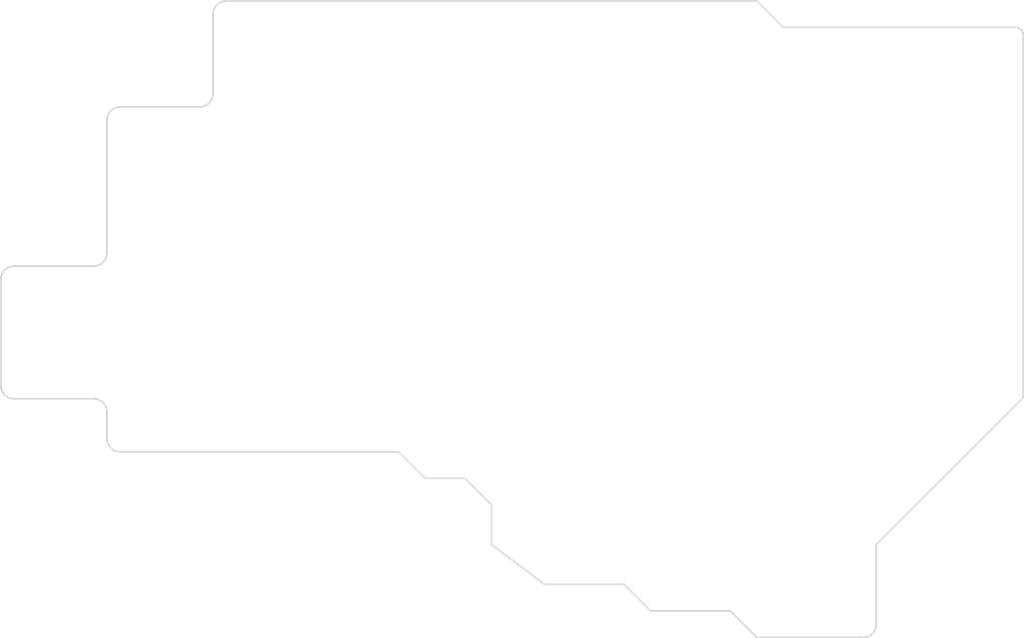
<source format=kicad_pcb>
(kicad_pcb (version 20171130) (host pcbnew 5.1.9)

  (general
    (thickness 1.6)
    (drawings 740)
    (tracks 0)
    (zones 0)
    (modules 0)
    (nets 1)
  )

  (page A4)
  (layers
    (0 F.Cu signal)
    (31 B.Cu signal)
    (32 B.Adhes user)
    (33 F.Adhes user)
    (34 B.Paste user)
    (35 F.Paste user)
    (36 B.SilkS user)
    (37 F.SilkS user)
    (38 B.Mask user)
    (39 F.Mask user)
    (40 Dwgs.User user)
    (41 Cmts.User user)
    (42 Eco1.User user)
    (43 Eco2.User user)
    (44 Edge.Cuts user)
    (45 Margin user)
    (46 B.CrtYd user)
    (47 F.CrtYd user)
    (48 B.Fab user)
    (49 F.Fab user)
  )

  (setup
    (last_trace_width 0.25)
    (trace_clearance 0.2)
    (zone_clearance 0.508)
    (zone_45_only no)
    (trace_min 0.2)
    (via_size 0.8)
    (via_drill 0.4)
    (via_min_size 0.4)
    (via_min_drill 0.3)
    (uvia_size 0.3)
    (uvia_drill 0.1)
    (uvias_allowed no)
    (uvia_min_size 0.2)
    (uvia_min_drill 0.1)
    (edge_width 0.05)
    (segment_width 0.2)
    (pcb_text_width 0.3)
    (pcb_text_size 1.5 1.5)
    (mod_edge_width 0.12)
    (mod_text_size 1 1)
    (mod_text_width 0.15)
    (pad_size 1.524 1.524)
    (pad_drill 0.762)
    (pad_to_mask_clearance 0)
    (aux_axis_origin 0 0)
    (visible_elements FFFFFF7F)
    (pcbplotparams
      (layerselection 0x010fc_ffffffff)
      (usegerberextensions false)
      (usegerberattributes true)
      (usegerberadvancedattributes true)
      (creategerberjobfile true)
      (excludeedgelayer true)
      (linewidth 0.100000)
      (plotframeref false)
      (viasonmask false)
      (mode 1)
      (useauxorigin false)
      (hpglpennumber 1)
      (hpglpenspeed 20)
      (hpglpendiameter 15.000000)
      (psnegative false)
      (psa4output false)
      (plotreference true)
      (plotvalue true)
      (plotinvisibletext false)
      (padsonsilk false)
      (subtractmaskfromsilk false)
      (outputformat 1)
      (mirror false)
      (drillshape 1)
      (scaleselection 1)
      (outputdirectory ""))
  )

  (net 0 "")

  (net_class Default "This is the default net class."
    (clearance 0.2)
    (trace_width 0.25)
    (via_dia 0.8)
    (via_drill 0.4)
    (uvia_dia 0.3)
    (uvia_drill 0.1)
  )

  (gr_line (start 81.3405 57.0065) (end 81.3399 57.0067) (layer Edge.Cuts) (width 0.2))
  (gr_line (start 81.3405 57.0065) (end 81.3405 57.0065) (layer Edge.Cuts) (width 0.2))
  (gr_line (start 81.7845 56.8691) (end 81.3405 57.0065) (layer Edge.Cuts) (width 0.2))
  (gr_line (start 81.7887 56.8673) (end 81.7845 56.8691) (layer Edge.Cuts) (width 0.2))
  (gr_line (start 81.7929 56.8656) (end 81.7887 56.8673) (layer Edge.Cuts) (width 0.2))
  (gr_line (start 81.7935 56.8653) (end 81.7929 56.8656) (layer Edge.Cuts) (width 0.2))
  (gr_line (start 81.7935 56.8653) (end 81.7935 56.8653) (layer Edge.Cuts) (width 0.2))
  (gr_line (start 81.7935 56.8653) (end 81.7935 56.8653) (layer Edge.Cuts) (width 0.2))
  (gr_line (start 82.2023 56.6443) (end 81.7935 56.8653) (layer Edge.Cuts) (width 0.2))
  (gr_line (start 82.2061 56.6417) (end 82.2023 56.6443) (layer Edge.Cuts) (width 0.2))
  (gr_line (start 82.2098 56.6393) (end 82.2061 56.6417) (layer Edge.Cuts) (width 0.2))
  (gr_line (start 82.2104 56.6388) (end 82.2098 56.6393) (layer Edge.Cuts) (width 0.2))
  (gr_line (start 82.2104 56.6388) (end 82.2104 56.6388) (layer Edge.Cuts) (width 0.2))
  (gr_line (start 82.2104 56.6388) (end 82.2104 56.6388) (layer Edge.Cuts) (width 0.2))
  (gr_line (start 82.5685 56.3426) (end 82.2104 56.6388) (layer Edge.Cuts) (width 0.2))
  (gr_line (start 82.5717 56.3394) (end 82.5685 56.3426) (layer Edge.Cuts) (width 0.2))
  (gr_line (start 82.5749 56.3362) (end 82.5717 56.3394) (layer Edge.Cuts) (width 0.2))
  (gr_line (start 82.5753 56.3357) (end 82.5749 56.3362) (layer Edge.Cuts) (width 0.2))
  (gr_line (start 82.8691 55.9755) (end 82.5753 56.3357) (layer Edge.Cuts) (width 0.2))
  (gr_line (start 82.8716 55.9717) (end 82.8691 55.9755) (layer Edge.Cuts) (width 0.2))
  (gr_line (start 82.8741 55.968) (end 82.8716 55.9717) (layer Edge.Cuts) (width 0.2))
  (gr_line (start 82.8745 55.9674) (end 82.8741 55.968) (layer Edge.Cuts) (width 0.2))
  (gr_line (start 83.0926 55.557) (end 82.8745 55.9674) (layer Edge.Cuts) (width 0.2))
  (gr_line (start 83.0944 55.5528) (end 83.0926 55.557) (layer Edge.Cuts) (width 0.2))
  (gr_line (start 83.0962 55.5487) (end 83.0944 55.5528) (layer Edge.Cuts) (width 0.2))
  (gr_line (start 83.0964 55.548) (end 83.0962 55.5487) (layer Edge.Cuts) (width 0.2))
  (gr_line (start 83.2307 55.1031) (end 83.0964 55.548) (layer Edge.Cuts) (width 0.2))
  (gr_line (start 83.2316 55.0986) (end 83.2307 55.1031) (layer Edge.Cuts) (width 0.2))
  (gr_line (start 83.2325 55.0942) (end 83.2316 55.0986) (layer Edge.Cuts) (width 0.2))
  (gr_line (start 83.2326 55.0936) (end 83.2325 55.0942) (layer Edge.Cuts) (width 0.2))
  (gr_line (start 83.2326 55.0935) (end 83.2326 55.0936) (layer Edge.Cuts) (width 0.2))
  (gr_line (start 83.2326 55.0935) (end 83.2326 55.0935) (layer Edge.Cuts) (width 0.2))
  (gr_line (start 83.2779 54.631) (end 83.2326 55.0935) (layer Edge.Cuts) (width 0.2))
  (gr_line (start 83.2779 54.631) (end 83.2779 54.631) (layer Edge.Cuts) (width 0.2))
  (gr_line (start 83.2782 54.6286) (end 83.2779 54.631) (layer Edge.Cuts) (width 0.2))
  (gr_line (start 83.2782 40.3411) (end 83.2782 54.6286) (layer Edge.Cuts) (width 0.2))
  (gr_line (start 83.3228 39.8859) (end 83.2782 40.3411) (layer Edge.Cuts) (width 0.2))
  (gr_line (start 83.4543 39.4504) (end 83.3228 39.8859) (layer Edge.Cuts) (width 0.2))
  (gr_line (start 83.6679 39.0487) (end 83.4543 39.4504) (layer Edge.Cuts) (width 0.2))
  (gr_line (start 83.9554 38.6961) (end 83.6679 39.0487) (layer Edge.Cuts) (width 0.2))
  (gr_line (start 84.3059 38.4061) (end 83.9554 38.6961) (layer Edge.Cuts) (width 0.2))
  (gr_line (start 84.7061 38.1898) (end 84.3059 38.4061) (layer Edge.Cuts) (width 0.2))
  (gr_line (start 85.1407 38.0552) (end 84.7061 38.1898) (layer Edge.Cuts) (width 0.2))
  (gr_line (start 85.5955 38.0074) (end 85.1407 38.0552) (layer Edge.Cuts) (width 0.2))
  (gr_line (start 85.6096 38.0074) (end 85.5955 38.0074) (layer Edge.Cuts) (width 0.2))
  (gr_line (start 180.839 38.0074) (end 85.6096 38.0074) (layer Edge.Cuts) (width 0.2))
  (gr_line (start 185.588 42.757) (end 180.839 38.0074) (layer Edge.Cuts) (width 0.2))
  (gr_line (start 185.594 42.7617) (end 185.588 42.757) (layer Edge.Cuts) (width 0.2))
  (gr_line (start 185.603 42.7663) (end 185.594 42.7617) (layer Edge.Cuts) (width 0.2))
  (gr_line (start 185.612 42.7692) (end 185.603 42.7663) (layer Edge.Cuts) (width 0.2))
  (gr_line (start 185.622 42.7701) (end 185.612 42.7692) (layer Edge.Cuts) (width 0.2))
  (gr_line (start 185.632 42.7692) (end 185.622 42.7701) (layer Edge.Cuts) (width 0.2))
  (gr_line (start 185.633 42.7686) (end 185.632 42.7692) (layer Edge.Cuts) (width 0.2))
  (gr_line (start 227.354 42.7686) (end 185.633 42.7686) (layer Edge.Cuts) (width 0.2))
  (gr_line (start 227.602 42.7912) (end 227.354 42.7686) (layer Edge.Cuts) (width 0.2))
  (gr_line (start 227.838 42.8606) (end 227.602 42.7912) (layer Edge.Cuts) (width 0.2))
  (gr_line (start 228.056 42.9745) (end 227.838 42.8606) (layer Edge.Cuts) (width 0.2))
  (gr_line (start 228.247 43.1286) (end 228.056 42.9745) (layer Edge.Cuts) (width 0.2))
  (gr_line (start 228.405 43.3169) (end 228.247 43.1286) (layer Edge.Cuts) (width 0.2))
  (gr_line (start 228.524 43.5324) (end 228.405 43.3169) (layer Edge.Cuts) (width 0.2))
  (gr_line (start 228.598 43.7668) (end 228.524 43.5324) (layer Edge.Cuts) (width 0.2))
  (gr_line (start 228.626 44.0135) (end 228.598 43.7668) (layer Edge.Cuts) (width 0.2))
  (gr_line (start 228.626 44.0189) (end 228.626 44.0135) (layer Edge.Cuts) (width 0.2))
  (gr_line (start 228.626 109.183) (end 228.626 44.0189) (layer Edge.Cuts) (width 0.2))
  (gr_line (start 223.688 114.12) (end 228.626 109.183) (layer Edge.Cuts) (width 0.2))
  (gr_line (start 223.688 114.12) (end 223.688 114.12) (layer Edge.Cuts) (width 0.2))
  (gr_line (start 221.307 116.502) (end 223.688 114.12) (layer Edge.Cuts) (width 0.2))
  (gr_line (start 221.307 116.502) (end 221.307 116.502) (layer Edge.Cuts) (width 0.2))
  (gr_line (start 202.257 135.552) (end 221.307 116.502) (layer Edge.Cuts) (width 0.2))
  (gr_line (start 202.255 135.553) (end 202.257 135.552) (layer Edge.Cuts) (width 0.2))
  (gr_line (start 202.254 135.555) (end 202.255 135.553) (layer Edge.Cuts) (width 0.2))
  (gr_line (start 202.254 135.555) (end 202.254 135.555) (layer Edge.Cuts) (width 0.2))
  (gr_line (start 202.249 135.561) (end 202.254 135.555) (layer Edge.Cuts) (width 0.2))
  (gr_line (start 202.244 135.569) (end 202.249 135.561) (layer Edge.Cuts) (width 0.2))
  (gr_line (start 202.241 135.579) (end 202.244 135.569) (layer Edge.Cuts) (width 0.2))
  (gr_line (start 202.24 135.589) (end 202.241 135.579) (layer Edge.Cuts) (width 0.2))
  (gr_line (start 202.241 135.591) (end 202.24 135.589) (layer Edge.Cuts) (width 0.2))
  (gr_line (start 202.241 149.874) (end 202.241 135.591) (layer Edge.Cuts) (width 0.2))
  (gr_line (start 202.196 150.329) (end 202.241 149.874) (layer Edge.Cuts) (width 0.2))
  (gr_line (start 202.065 150.764) (end 202.196 150.329) (layer Edge.Cuts) (width 0.2))
  (gr_line (start 201.851 151.166) (end 202.065 150.764) (layer Edge.Cuts) (width 0.2))
  (gr_line (start 201.563 151.519) (end 201.851 151.166) (layer Edge.Cuts) (width 0.2))
  (gr_line (start 201.213 151.809) (end 201.563 151.519) (layer Edge.Cuts) (width 0.2))
  (gr_line (start 200.813 152.025) (end 201.213 151.809) (layer Edge.Cuts) (width 0.2))
  (gr_line (start 200.378 152.16) (end 200.813 152.025) (layer Edge.Cuts) (width 0.2))
  (gr_line (start 199.923 152.207) (end 200.378 152.16) (layer Edge.Cuts) (width 0.2))
  (gr_line (start 199.909 152.207) (end 199.923 152.207) (layer Edge.Cuts) (width 0.2))
  (gr_line (start 180.88 152.207) (end 199.909 152.207) (layer Edge.Cuts) (width 0.2))
  (gr_line (start 176.134 147.461) (end 180.88 152.207) (layer Edge.Cuts) (width 0.2))
  (gr_line (start 176.132 147.459) (end 176.134 147.461) (layer Edge.Cuts) (width 0.2))
  (gr_line (start 176.125 147.453) (end 176.132 147.459) (layer Edge.Cuts) (width 0.2))
  (gr_line (start 176.116 147.448) (end 176.125 147.453) (layer Edge.Cuts) (width 0.2))
  (gr_line (start 176.107 147.446) (end 176.116 147.448) (layer Edge.Cuts) (width 0.2))
  (gr_line (start 176.099 147.445) (end 176.107 147.446) (layer Edge.Cuts) (width 0.2))
  (gr_line (start 176.099 147.445) (end 176.099 147.445) (layer Edge.Cuts) (width 0.2))
  (gr_line (start 176.097 147.445) (end 176.099 147.445) (layer Edge.Cuts) (width 0.2))
  (gr_line (start 176.094 147.445) (end 176.097 147.445) (layer Edge.Cuts) (width 0.2))
  (gr_line (start 161.83 147.445) (end 176.094 147.445) (layer Edge.Cuts) (width 0.2))
  (gr_line (start 157.084 142.699) (end 161.83 147.445) (layer Edge.Cuts) (width 0.2))
  (gr_line (start 157.082 142.697) (end 157.084 142.699) (layer Edge.Cuts) (width 0.2))
  (gr_line (start 157.075 142.691) (end 157.082 142.697) (layer Edge.Cuts) (width 0.2))
  (gr_line (start 157.066 142.686) (end 157.075 142.691) (layer Edge.Cuts) (width 0.2))
  (gr_line (start 157.057 142.683) (end 157.066 142.686) (layer Edge.Cuts) (width 0.2))
  (gr_line (start 157.049 142.682) (end 157.057 142.683) (layer Edge.Cuts) (width 0.2))
  (gr_line (start 157.049 142.682) (end 157.049 142.682) (layer Edge.Cuts) (width 0.2))
  (gr_line (start 157.047 142.682) (end 157.049 142.682) (layer Edge.Cuts) (width 0.2))
  (gr_line (start 157.044 142.682) (end 157.047 142.682) (layer Edge.Cuts) (width 0.2))
  (gr_line (start 142.776 142.682) (end 157.044 142.682) (layer Edge.Cuts) (width 0.2))
  (gr_line (start 133.283999 135.564) (end 142.776 142.682) (layer Edge.Cuts) (width 0.2))
  (gr_line (start 133.283999 128.447) (end 133.283999 135.564) (layer Edge.Cuts) (width 0.2))
  (gr_line (start 133.285 128.445) (end 133.283999 128.447) (layer Edge.Cuts) (width 0.2))
  (gr_line (start 133.283999 128.442) (end 133.285 128.445) (layer Edge.Cuts) (width 0.2))
  (gr_line (start 133.283999 128.435) (end 133.283999 128.442) (layer Edge.Cuts) (width 0.2))
  (gr_line (start 133.281 128.425999) (end 133.283999 128.435) (layer Edge.Cuts) (width 0.2))
  (gr_line (start 133.281 128.425999) (end 133.281 128.425999) (layer Edge.Cuts) (width 0.2))
  (gr_line (start 133.276 128.417) (end 133.281 128.425999) (layer Edge.Cuts) (width 0.2))
  (gr_line (start 133.271999 128.411) (end 133.276 128.417) (layer Edge.Cuts) (width 0.2))
  (gr_line (start 133.27 128.408999) (end 133.271999 128.411) (layer Edge.Cuts) (width 0.2))
  (gr_line (start 133.268 128.407999) (end 133.27 128.408999) (layer Edge.Cuts) (width 0.2))
  (gr_line (start 128.508999 123.649) (end 133.268 128.407999) (layer Edge.Cuts) (width 0.2))
  (gr_line (start 128.507 123.647) (end 128.508999 123.649) (layer Edge.Cuts) (width 0.2))
  (gr_line (start 128.5 123.641) (end 128.507 123.647) (layer Edge.Cuts) (width 0.2))
  (gr_line (start 128.491 123.636) (end 128.5 123.641) (layer Edge.Cuts) (width 0.2))
  (gr_line (start 128.482 123.633) (end 128.491 123.636) (layer Edge.Cuts) (width 0.2))
  (gr_line (start 128.473999 123.632) (end 128.482 123.633) (layer Edge.Cuts) (width 0.2))
  (gr_line (start 128.473999 123.632) (end 128.473999 123.632) (layer Edge.Cuts) (width 0.2))
  (gr_line (start 128.472 123.632) (end 128.473999 123.632) (layer Edge.Cuts) (width 0.2))
  (gr_line (start 128.469 123.632) (end 128.472 123.632) (layer Edge.Cuts) (width 0.2))
  (gr_line (start 121.349 123.632) (end 128.469 123.632) (layer Edge.Cuts) (width 0.2))
  (gr_line (start 116.603 118.886) (end 121.349 123.632) (layer Edge.Cuts) (width 0.2))
  (gr_line (start 116.601 118.884) (end 116.603 118.886) (layer Edge.Cuts) (width 0.2))
  (gr_line (start 116.594 118.878) (end 116.601 118.884) (layer Edge.Cuts) (width 0.2))
  (gr_line (start 116.585 118.873) (end 116.594 118.878) (layer Edge.Cuts) (width 0.2))
  (gr_line (start 116.575 118.871) (end 116.585 118.873) (layer Edge.Cuts) (width 0.2))
  (gr_line (start 116.568 118.87) (end 116.575 118.871) (layer Edge.Cuts) (width 0.2))
  (gr_line (start 116.568 118.87) (end 116.568 118.87) (layer Edge.Cuts) (width 0.2))
  (gr_line (start 116.566 118.87) (end 116.568 118.87) (layer Edge.Cuts) (width 0.2))
  (gr_line (start 116.563 118.87) (end 116.566 118.87) (layer Edge.Cuts) (width 0.2))
  (gr_line (start 66.561899 118.87) (end 116.563 118.87) (layer Edge.Cuts) (width 0.2))
  (gr_line (start 66.1067 118.825) (end 66.561899 118.87) (layer Edge.Cuts) (width 0.2))
  (gr_line (start 65.671099 118.694) (end 66.1067 118.825) (layer Edge.Cuts) (width 0.2))
  (gr_line (start 65.269499 118.48) (end 65.671099 118.694) (layer Edge.Cuts) (width 0.2))
  (gr_line (start 64.9169 118.193) (end 65.269499 118.48) (layer Edge.Cuts) (width 0.2))
  (gr_line (start 64.6269 117.842) (end 64.9169 118.193) (layer Edge.Cuts) (width 0.2))
  (gr_line (start 64.4105 117.442) (end 64.6269 117.842) (layer Edge.Cuts) (width 0.2))
  (gr_line (start 64.275999 117.007) (end 64.4105 117.442) (layer Edge.Cuts) (width 0.2))
  (gr_line (start 64.2282 116.553) (end 64.275999 117.007) (layer Edge.Cuts) (width 0.2))
  (gr_line (start 64.2282 116.538) (end 64.2282 116.553) (layer Edge.Cuts) (width 0.2))
  (gr_line (start 64.2282 111.774) (end 64.2282 116.538) (layer Edge.Cuts) (width 0.2))
  (gr_line (start 64.2282 111.774) (end 64.2282 111.774) (layer Edge.Cuts) (width 0.2))
  (gr_line (start 64.2281 111.759) (end 64.2282 111.774) (layer Edge.Cuts) (width 0.2))
  (gr_line (start 64.2279 111.757) (end 64.2281 111.759) (layer Edge.Cuts) (width 0.2))
  (gr_line (start 64.2279 111.755) (end 64.2279 111.757) (layer Edge.Cuts) (width 0.2))
  (gr_line (start 64.2278 111.754) (end 64.2279 111.755) (layer Edge.Cuts) (width 0.2))
  (gr_line (start 64.1793 111.292) (end 64.2278 111.754) (layer Edge.Cuts) (width 0.2))
  (gr_line (start 64.178299 111.288) (end 64.1793 111.292) (layer Edge.Cuts) (width 0.2))
  (gr_line (start 64.177499 111.283) (end 64.178299 111.288) (layer Edge.Cuts) (width 0.2))
  (gr_line (start 64.1773 111.283) (end 64.177499 111.283) (layer Edge.Cuts) (width 0.2))
  (gr_line (start 64.0399 110.839) (end 64.1773 111.283) (layer Edge.Cuts) (width 0.2))
  (gr_line (start 64.0381 110.834) (end 64.0399 110.839) (layer Edge.Cuts) (width 0.2))
  (gr_line (start 64.0364 110.83) (end 64.0381 110.834) (layer Edge.Cuts) (width 0.2))
  (gr_line (start 64.0361 110.83) (end 64.0364 110.83) (layer Edge.Cuts) (width 0.2))
  (gr_line (start 64.0361 110.83) (end 64.0361 110.83) (layer Edge.Cuts) (width 0.2))
  (gr_line (start 64.0361 110.83) (end 64.0361 110.83) (layer Edge.Cuts) (width 0.2))
  (gr_line (start 63.815 110.421) (end 64.0361 110.83) (layer Edge.Cuts) (width 0.2))
  (gr_line (start 63.8125 110.417) (end 63.815 110.421) (layer Edge.Cuts) (width 0.2))
  (gr_line (start 63.81 110.413) (end 63.8125 110.417) (layer Edge.Cuts) (width 0.2))
  (gr_line (start 63.8096 110.413) (end 63.81 110.413) (layer Edge.Cuts) (width 0.2))
  (gr_line (start 63.8096 110.413) (end 63.8096 110.413) (layer Edge.Cuts) (width 0.2))
  (gr_line (start 63.8096 110.413) (end 63.8096 110.413) (layer Edge.Cuts) (width 0.2))
  (gr_line (start 63.5134 110.055) (end 63.8096 110.413) (layer Edge.Cuts) (width 0.2))
  (gr_line (start 63.5101 110.051) (end 63.5134 110.055) (layer Edge.Cuts) (width 0.2))
  (gr_line (start 63.507 110.048) (end 63.5101 110.051) (layer Edge.Cuts) (width 0.2))
  (gr_line (start 63.5064 110.048) (end 63.507 110.048) (layer Edge.Cuts) (width 0.2))
  (gr_line (start 63.5064 110.048) (end 63.5064 110.048) (layer Edge.Cuts) (width 0.2))
  (gr_line (start 63.5064 110.048) (end 63.5064 110.048) (layer Edge.Cuts) (width 0.2))
  (gr_line (start 63.1463 109.754) (end 63.5064 110.048) (layer Edge.Cuts) (width 0.2))
  (gr_line (start 63.1425 109.751) (end 63.1463 109.754) (layer Edge.Cuts) (width 0.2))
  (gr_line (start 63.1388 109.749) (end 63.1425 109.751) (layer Edge.Cuts) (width 0.2))
  (gr_line (start 63.1382 109.749) (end 63.1388 109.749) (layer Edge.Cuts) (width 0.2))
  (gr_line (start 63.1382 109.749) (end 63.1382 109.749) (layer Edge.Cuts) (width 0.2))
  (gr_line (start 63.1382 109.749) (end 63.1382 109.749) (layer Edge.Cuts) (width 0.2))
  (gr_line (start 62.7278 109.53) (end 63.1382 109.749) (layer Edge.Cuts) (width 0.2))
  (gr_line (start 62.7236 109.529) (end 62.7278 109.53) (layer Edge.Cuts) (width 0.2))
  (gr_line (start 62.7195 109.527) (end 62.7236 109.529) (layer Edge.Cuts) (width 0.2))
  (gr_line (start 62.7188 109.527) (end 62.7195 109.527) (layer Edge.Cuts) (width 0.2))
  (gr_line (start 62.2739 109.392) (end 62.7188 109.527) (layer Edge.Cuts) (width 0.2))
  (gr_line (start 62.2694 109.391) (end 62.2739 109.392) (layer Edge.Cuts) (width 0.2))
  (gr_line (start 62.265 109.391) (end 62.2694 109.391) (layer Edge.Cuts) (width 0.2))
  (gr_line (start 62.2643 109.39) (end 62.265 109.391) (layer Edge.Cuts) (width 0.2))
  (gr_line (start 62.2643 109.39) (end 62.2643 109.39) (layer Edge.Cuts) (width 0.2))
  (gr_line (start 62.2643 109.39) (end 62.2643 109.39) (layer Edge.Cuts) (width 0.2))
  (gr_line (start 61.8018 109.345) (end 62.2643 109.39) (layer Edge.Cuts) (width 0.2))
  (gr_line (start 61.8018 109.345) (end 61.8018 109.345) (layer Edge.Cuts) (width 0.2))
  (gr_line (start 61.7994 109.345) (end 61.8018 109.345) (layer Edge.Cuts) (width 0.2))
  (gr_line (start 47.5119 109.345) (end 61.7994 109.345) (layer Edge.Cuts) (width 0.2))
  (gr_line (start 47.0567 109.3) (end 47.5119 109.345) (layer Edge.Cuts) (width 0.2))
  (gr_line (start 46.6211 109.169) (end 47.0567 109.3) (layer Edge.Cuts) (width 0.2))
  (gr_line (start 46.2195 108.955) (end 46.6211 109.169) (layer Edge.Cuts) (width 0.2))
  (gr_line (start 45.8669 108.668) (end 46.2195 108.955) (layer Edge.Cuts) (width 0.2))
  (gr_line (start 45.5769 108.317) (end 45.8669 108.668) (layer Edge.Cuts) (width 0.2))
  (gr_line (start 45.3605 107.917) (end 45.5769 108.317) (layer Edge.Cuts) (width 0.2))
  (gr_line (start 45.226 107.482) (end 45.3605 107.917) (layer Edge.Cuts) (width 0.2))
  (gr_line (start 45.1782 107.028) (end 45.226 107.482) (layer Edge.Cuts) (width 0.2))
  (gr_line (start 45.1782 107.013) (end 45.1782 107.028) (layer Edge.Cuts) (width 0.2))
  (gr_line (start 45.1782 87.9661) (end 45.1782 107.013) (layer Edge.Cuts) (width 0.2))
  (gr_line (start 45.2228 87.5109) (end 45.1782 87.9661) (layer Edge.Cuts) (width 0.2))
  (gr_line (start 45.3543 87.0754) (end 45.2228 87.5109) (layer Edge.Cuts) (width 0.2))
  (gr_line (start 45.5679 86.6737) (end 45.3543 87.0754) (layer Edge.Cuts) (width 0.2))
  (gr_line (start 45.8554 86.3211) (end 45.5679 86.6737) (layer Edge.Cuts) (width 0.2))
  (gr_line (start 46.2059 86.0311) (end 45.8554 86.3211) (layer Edge.Cuts) (width 0.2))
  (gr_line (start 46.6061 85.8148) (end 46.2059 86.0311) (layer Edge.Cuts) (width 0.2))
  (gr_line (start 47.0407 85.6802) (end 46.6061 85.8148) (layer Edge.Cuts) (width 0.2))
  (gr_line (start 47.4955 85.6324) (end 47.0407 85.6802) (layer Edge.Cuts) (width 0.2))
  (gr_line (start 47.5096 85.6324) (end 47.4955 85.6324) (layer Edge.Cuts) (width 0.2))
  (gr_line (start 61.7994 85.6324) (end 47.5096 85.6324) (layer Edge.Cuts) (width 0.2))
  (gr_line (start 61.7995 85.6324) (end 61.7994 85.6324) (layer Edge.Cuts) (width 0.2))
  (gr_line (start 61.8137 85.6323) (end 61.7995 85.6324) (layer Edge.Cuts) (width 0.2))
  (gr_line (start 61.8159 85.6321) (end 61.8137 85.6323) (layer Edge.Cuts) (width 0.2))
  (gr_line (start 61.8181 85.6321) (end 61.8159 85.6321) (layer Edge.Cuts) (width 0.2))
  (gr_line (start 61.8188 85.6321) (end 61.8181 85.6321) (layer Edge.Cuts) (width 0.2))
  (gr_line (start 62.281 85.5835) (end 61.8188 85.6321) (layer Edge.Cuts) (width 0.2))
  (gr_line (start 62.2854 85.5826) (end 62.281 85.5835) (layer Edge.Cuts) (width 0.2))
  (gr_line (start 62.2899 85.5817) (end 62.2854 85.5826) (layer Edge.Cuts) (width 0.2))
  (gr_line (start 62.2905 85.5815) (end 62.2899 85.5817) (layer Edge.Cuts) (width 0.2))
  (gr_line (start 62.2905 85.5815) (end 62.2905 85.5815) (layer Edge.Cuts) (width 0.2))
  (gr_line (start 62.7345 85.4441) (end 62.2905 85.5815) (layer Edge.Cuts) (width 0.2))
  (gr_line (start 62.7387 85.4423) (end 62.7345 85.4441) (layer Edge.Cuts) (width 0.2))
  (gr_line (start 62.7429 85.4406) (end 62.7387 85.4423) (layer Edge.Cuts) (width 0.2))
  (gr_line (start 62.7435 85.4403) (end 62.7429 85.4406) (layer Edge.Cuts) (width 0.2))
  (gr_line (start 62.7435 85.4403) (end 62.7435 85.4403) (layer Edge.Cuts) (width 0.2))
  (gr_line (start 62.7435 85.4403) (end 62.7435 85.4403) (layer Edge.Cuts) (width 0.2))
  (gr_line (start 63.1523 85.2193) (end 62.7435 85.4403) (layer Edge.Cuts) (width 0.2))
  (gr_line (start 63.1561 85.2167) (end 63.1523 85.2193) (layer Edge.Cuts) (width 0.2))
  (gr_line (start 63.1598 85.2143) (end 63.1561 85.2167) (layer Edge.Cuts) (width 0.2))
  (gr_line (start 63.1604 85.2138) (end 63.1598 85.2143) (layer Edge.Cuts) (width 0.2))
  (gr_line (start 63.1604 85.2138) (end 63.1604 85.2138) (layer Edge.Cuts) (width 0.2))
  (gr_line (start 63.1604 85.2138) (end 63.1604 85.2138) (layer Edge.Cuts) (width 0.2))
  (gr_line (start 63.5185 84.9176) (end 63.1604 85.2138) (layer Edge.Cuts) (width 0.2))
  (gr_line (start 63.5217 84.9144) (end 63.5185 84.9176) (layer Edge.Cuts) (width 0.2))
  (gr_line (start 63.5249 84.9112) (end 63.5217 84.9144) (layer Edge.Cuts) (width 0.2))
  (gr_line (start 63.5253 84.9107) (end 63.5249 84.9112) (layer Edge.Cuts) (width 0.2))
  (gr_line (start 63.8191 84.5505) (end 63.5253 84.9107) (layer Edge.Cuts) (width 0.2))
  (gr_line (start 63.8216 84.5467) (end 63.8191 84.5505) (layer Edge.Cuts) (width 0.2))
  (gr_line (start 63.8241 84.543) (end 63.8216 84.5467) (layer Edge.Cuts) (width 0.2))
  (gr_line (start 63.8245 84.5424) (end 63.8241 84.543) (layer Edge.Cuts) (width 0.2))
  (gr_line (start 64.042599 84.132) (end 63.8245 84.5424) (layer Edge.Cuts) (width 0.2))
  (gr_line (start 64.044399 84.1278) (end 64.042599 84.132) (layer Edge.Cuts) (width 0.2))
  (gr_line (start 64.0462 84.1237) (end 64.044399 84.1278) (layer Edge.Cuts) (width 0.2))
  (gr_line (start 64.0464 84.123) (end 64.0462 84.1237) (layer Edge.Cuts) (width 0.2))
  (gr_line (start 64.1807 83.6781) (end 64.0464 84.123) (layer Edge.Cuts) (width 0.2))
  (gr_line (start 64.1816 83.6736) (end 64.1807 83.6781) (layer Edge.Cuts) (width 0.2))
  (gr_line (start 64.1825 83.6692) (end 64.1816 83.6736) (layer Edge.Cuts) (width 0.2))
  (gr_line (start 64.182599 83.6686) (end 64.1825 83.6692) (layer Edge.Cuts) (width 0.2))
  (gr_line (start 64.182599 83.6685) (end 64.182599 83.6686) (layer Edge.Cuts) (width 0.2))
  (gr_line (start 64.182599 83.6685) (end 64.182599 83.6685) (layer Edge.Cuts) (width 0.2))
  (gr_line (start 64.2279 83.206) (end 64.182599 83.6685) (layer Edge.Cuts) (width 0.2))
  (gr_line (start 64.2279 83.206) (end 64.2279 83.206) (layer Edge.Cuts) (width 0.2))
  (gr_line (start 64.2282 83.2036) (end 64.2279 83.206) (layer Edge.Cuts) (width 0.2))
  (gr_line (start 64.2282 59.3911) (end 64.2282 83.2036) (layer Edge.Cuts) (width 0.2))
  (gr_line (start 64.2728 58.9359) (end 64.2282 59.3911) (layer Edge.Cuts) (width 0.2))
  (gr_line (start 64.4043 58.5004) (end 64.2728 58.9359) (layer Edge.Cuts) (width 0.2))
  (gr_line (start 64.6179 58.0987) (end 64.4043 58.5004) (layer Edge.Cuts) (width 0.2))
  (gr_line (start 64.9054 57.7461) (end 64.6179 58.0987) (layer Edge.Cuts) (width 0.2))
  (gr_line (start 65.2559 57.4561) (end 64.9054 57.7461) (layer Edge.Cuts) (width 0.2))
  (gr_line (start 65.656099 57.2398) (end 65.2559 57.4561) (layer Edge.Cuts) (width 0.2))
  (gr_line (start 66.0907 57.1052) (end 65.656099 57.2398) (layer Edge.Cuts) (width 0.2))
  (gr_line (start 66.5455 57.0574) (end 66.0907 57.1052) (layer Edge.Cuts) (width 0.2))
  (gr_line (start 66.5596 57.0574) (end 66.5455 57.0574) (layer Edge.Cuts) (width 0.2))
  (gr_line (start 80.8494 57.0574) (end 66.5596 57.0574) (layer Edge.Cuts) (width 0.2))
  (gr_line (start 80.8495 57.0574) (end 80.8494 57.0574) (layer Edge.Cuts) (width 0.2))
  (gr_line (start 80.8637 57.0573) (end 80.8495 57.0574) (layer Edge.Cuts) (width 0.2))
  (gr_line (start 80.8659 57.0571) (end 80.8637 57.0573) (layer Edge.Cuts) (width 0.2))
  (gr_line (start 80.8681 57.0571) (end 80.8659 57.0571) (layer Edge.Cuts) (width 0.2))
  (gr_line (start 80.8688 57.0571) (end 80.8681 57.0571) (layer Edge.Cuts) (width 0.2))
  (gr_line (start 81.331 57.0085) (end 80.8688 57.0571) (layer Edge.Cuts) (width 0.2))
  (gr_line (start 81.3354 57.0076) (end 81.331 57.0085) (layer Edge.Cuts) (width 0.2))
  (gr_line (start 81.3399 57.0067) (end 81.3354 57.0076) (layer Edge.Cuts) (width 0.2))
  (gr_line (start 200.403 152.257) (end 200.402 152.257) (layer Edge.Cuts) (width 0.2))
  (gr_line (start 200.403 152.257) (end 200.403 152.257) (layer Edge.Cuts) (width 0.2))
  (gr_line (start 200.847 152.119) (end 200.403 152.257) (layer Edge.Cuts) (width 0.2))
  (gr_line (start 200.851 152.117) (end 200.847 152.119) (layer Edge.Cuts) (width 0.2))
  (gr_line (start 200.855 152.116) (end 200.851 152.117) (layer Edge.Cuts) (width 0.2))
  (gr_line (start 200.856 152.115) (end 200.855 152.116) (layer Edge.Cuts) (width 0.2))
  (gr_line (start 200.856 152.115) (end 200.856 152.115) (layer Edge.Cuts) (width 0.2))
  (gr_line (start 200.856 152.115) (end 200.856 152.115) (layer Edge.Cuts) (width 0.2))
  (gr_line (start 201.265 151.894) (end 200.856 152.115) (layer Edge.Cuts) (width 0.2))
  (gr_line (start 201.269 151.892) (end 201.265 151.894) (layer Edge.Cuts) (width 0.2))
  (gr_line (start 201.272 151.889) (end 201.269 151.892) (layer Edge.Cuts) (width 0.2))
  (gr_line (start 201.273 151.889) (end 201.272 151.889) (layer Edge.Cuts) (width 0.2))
  (gr_line (start 201.273 151.889) (end 201.273 151.889) (layer Edge.Cuts) (width 0.2))
  (gr_line (start 201.273 151.889) (end 201.273 151.889) (layer Edge.Cuts) (width 0.2))
  (gr_line (start 201.631 151.593) (end 201.273 151.889) (layer Edge.Cuts) (width 0.2))
  (gr_line (start 201.634 151.589) (end 201.631 151.593) (layer Edge.Cuts) (width 0.2))
  (gr_line (start 201.637 151.586) (end 201.634 151.589) (layer Edge.Cuts) (width 0.2))
  (gr_line (start 201.638 151.586) (end 201.637 151.586) (layer Edge.Cuts) (width 0.2))
  (gr_line (start 201.932 151.226) (end 201.638 151.586) (layer Edge.Cuts) (width 0.2))
  (gr_line (start 201.934 151.222) (end 201.932 151.226) (layer Edge.Cuts) (width 0.2))
  (gr_line (start 201.937 151.218) (end 201.934 151.222) (layer Edge.Cuts) (width 0.2))
  (gr_line (start 201.937 151.217) (end 201.937 151.218) (layer Edge.Cuts) (width 0.2))
  (gr_line (start 202.155 150.807) (end 201.937 151.217) (layer Edge.Cuts) (width 0.2))
  (gr_line (start 202.157 150.803) (end 202.155 150.807) (layer Edge.Cuts) (width 0.2))
  (gr_line (start 202.159 150.799) (end 202.157 150.803) (layer Edge.Cuts) (width 0.2))
  (gr_line (start 202.159 150.798) (end 202.159 150.799) (layer Edge.Cuts) (width 0.2))
  (gr_line (start 202.293 150.353) (end 202.159 150.798) (layer Edge.Cuts) (width 0.2))
  (gr_line (start 202.294 150.349) (end 202.293 150.353) (layer Edge.Cuts) (width 0.2))
  (gr_line (start 202.295 150.344) (end 202.294 150.349) (layer Edge.Cuts) (width 0.2))
  (gr_line (start 202.295 150.344) (end 202.295 150.344) (layer Edge.Cuts) (width 0.2))
  (gr_line (start 202.295 150.344) (end 202.295 150.344) (layer Edge.Cuts) (width 0.2))
  (gr_line (start 202.295 150.344) (end 202.295 150.344) (layer Edge.Cuts) (width 0.2))
  (gr_line (start 202.34 149.881) (end 202.295 150.344) (layer Edge.Cuts) (width 0.2))
  (gr_line (start 202.34 149.881) (end 202.34 149.881) (layer Edge.Cuts) (width 0.2))
  (gr_line (start 202.341 149.879) (end 202.34 149.881) (layer Edge.Cuts) (width 0.2))
  (gr_line (start 202.341 135.609) (end 202.341 149.879) (layer Edge.Cuts) (width 0.2))
  (gr_line (start 221.378 116.572) (end 202.341 135.609) (layer Edge.Cuts) (width 0.2))
  (gr_line (start 221.378 116.572) (end 221.378 116.572) (layer Edge.Cuts) (width 0.2))
  (gr_line (start 223.759 114.191) (end 221.378 116.572) (layer Edge.Cuts) (width 0.2))
  (gr_line (start 223.759 114.191) (end 223.759 114.191) (layer Edge.Cuts) (width 0.2))
  (gr_line (start 228.703 109.247) (end 223.759 114.191) (layer Edge.Cuts) (width 0.2))
  (gr_line (start 228.704 109.247) (end 228.703 109.247) (layer Edge.Cuts) (width 0.2))
  (gr_line (start 228.706 109.244) (end 228.704 109.247) (layer Edge.Cuts) (width 0.2))
  (gr_line (start 228.708 109.242) (end 228.706 109.244) (layer Edge.Cuts) (width 0.2))
  (gr_line (start 228.708 109.242) (end 228.708 109.242) (layer Edge.Cuts) (width 0.2))
  (gr_line (start 228.71 109.239) (end 228.708 109.242) (layer Edge.Cuts) (width 0.2))
  (gr_line (start 228.711 109.238) (end 228.71 109.239) (layer Edge.Cuts) (width 0.2))
  (gr_line (start 228.712 109.237) (end 228.711 109.238) (layer Edge.Cuts) (width 0.2))
  (gr_line (start 228.714 109.234) (end 228.712 109.237) (layer Edge.Cuts) (width 0.2))
  (gr_line (start 228.714 109.233) (end 228.714 109.234) (layer Edge.Cuts) (width 0.2))
  (gr_line (start 228.715 109.232) (end 228.714 109.233) (layer Edge.Cuts) (width 0.2))
  (gr_line (start 228.717 109.228) (end 228.715 109.232) (layer Edge.Cuts) (width 0.2))
  (gr_line (start 228.717 109.227) (end 228.717 109.228) (layer Edge.Cuts) (width 0.2))
  (gr_line (start 228.72 109.222) (end 228.717 109.227) (layer Edge.Cuts) (width 0.2))
  (gr_line (start 228.722 109.218) (end 228.72 109.222) (layer Edge.Cuts) (width 0.2))
  (gr_line (start 228.723 109.215) (end 228.722 109.218) (layer Edge.Cuts) (width 0.2))
  (gr_line (start 228.724 109.212) (end 228.723 109.215) (layer Edge.Cuts) (width 0.2))
  (gr_line (start 228.724 109.21) (end 228.724 109.212) (layer Edge.Cuts) (width 0.2))
  (gr_line (start 228.725 109.208) (end 228.724 109.21) (layer Edge.Cuts) (width 0.2))
  (gr_line (start 228.725 109.205) (end 228.725 109.208) (layer Edge.Cuts) (width 0.2))
  (gr_line (start 228.726 109.202) (end 228.725 109.205) (layer Edge.Cuts) (width 0.2))
  (gr_line (start 228.726 109.198) (end 228.726 109.202) (layer Edge.Cuts) (width 0.2))
  (gr_line (start 228.726 44.0162) (end 228.726 109.198) (layer Edge.Cuts) (width 0.2))
  (gr_line (start 228.726 44.0159) (end 228.726 44.0162) (layer Edge.Cuts) (width 0.2))
  (gr_line (start 228.726 44.0099) (end 228.726 44.0159) (layer Edge.Cuts) (width 0.2))
  (gr_line (start 228.725 44.0077) (end 228.726 44.0099) (layer Edge.Cuts) (width 0.2))
  (gr_line (start 228.725 44.0055) (end 228.725 44.0077) (layer Edge.Cuts) (width 0.2))
  (gr_line (start 228.725 44.0048) (end 228.725 44.0055) (layer Edge.Cuts) (width 0.2))
  (gr_line (start 228.697 43.7507) (end 228.725 44.0048) (layer Edge.Cuts) (width 0.2))
  (gr_line (start 228.696 43.7463) (end 228.697 43.7507) (layer Edge.Cuts) (width 0.2))
  (gr_line (start 228.695 43.7419) (end 228.696 43.7463) (layer Edge.Cuts) (width 0.2))
  (gr_line (start 228.695 43.7412) (end 228.695 43.7419) (layer Edge.Cuts) (width 0.2))
  (gr_line (start 228.617 43.4975) (end 228.695 43.7412) (layer Edge.Cuts) (width 0.2))
  (gr_line (start 228.616 43.4933) (end 228.617 43.4975) (layer Edge.Cuts) (width 0.2))
  (gr_line (start 228.614 43.4891) (end 228.616 43.4933) (layer Edge.Cuts) (width 0.2))
  (gr_line (start 228.614 43.4885) (end 228.614 43.4891) (layer Edge.Cuts) (width 0.2))
  (gr_line (start 228.49 43.2645) (end 228.614 43.4885) (layer Edge.Cuts) (width 0.2))
  (gr_line (start 228.488 43.2607) (end 228.49 43.2645) (layer Edge.Cuts) (width 0.2))
  (gr_line (start 228.485 43.257) (end 228.488 43.2607) (layer Edge.Cuts) (width 0.2))
  (gr_line (start 228.485 43.2564) (end 228.485 43.257) (layer Edge.Cuts) (width 0.2))
  (gr_line (start 228.485 43.2564) (end 228.485 43.2564) (layer Edge.Cuts) (width 0.2))
  (gr_line (start 228.485 43.2564) (end 228.485 43.2564) (layer Edge.Cuts) (width 0.2))
  (gr_line (start 228.321 43.0606) (end 228.485 43.2564) (layer Edge.Cuts) (width 0.2))
  (gr_line (start 228.317 43.0574) (end 228.321 43.0606) (layer Edge.Cuts) (width 0.2))
  (gr_line (start 228.314 43.0542) (end 228.317 43.0574) (layer Edge.Cuts) (width 0.2))
  (gr_line (start 228.314 43.0537) (end 228.314 43.0542) (layer Edge.Cuts) (width 0.2))
  (gr_line (start 228.314 43.0537) (end 228.314 43.0537) (layer Edge.Cuts) (width 0.2))
  (gr_line (start 228.314 43.0537) (end 228.314 43.0537) (layer Edge.Cuts) (width 0.2))
  (gr_line (start 228.114 42.8935) (end 228.314 43.0537) (layer Edge.Cuts) (width 0.2))
  (gr_line (start 228.111 42.891) (end 228.114 42.8935) (layer Edge.Cuts) (width 0.2))
  (gr_line (start 228.107 42.8885) (end 228.111 42.891) (layer Edge.Cuts) (width 0.2))
  (gr_line (start 228.106 42.8882) (end 228.107 42.8885) (layer Edge.Cuts) (width 0.2))
  (gr_line (start 228.106 42.8882) (end 228.106 42.8882) (layer Edge.Cuts) (width 0.2))
  (gr_line (start 228.106 42.8882) (end 228.106 42.8882) (layer Edge.Cuts) (width 0.2))
  (gr_line (start 227.88 42.7697) (end 228.106 42.8882) (layer Edge.Cuts) (width 0.2))
  (gr_line (start 227.875 42.768) (end 227.88 42.7697) (layer Edge.Cuts) (width 0.2))
  (gr_line (start 227.871 42.7662) (end 227.875 42.768) (layer Edge.Cuts) (width 0.2))
  (gr_line (start 227.871 42.766) (end 227.871 42.7662) (layer Edge.Cuts) (width 0.2))
  (gr_line (start 227.625 42.6939) (end 227.871 42.766) (layer Edge.Cuts) (width 0.2))
  (gr_line (start 227.621 42.693) (end 227.625 42.6939) (layer Edge.Cuts) (width 0.2))
  (gr_line (start 227.616 42.6921) (end 227.621 42.693) (layer Edge.Cuts) (width 0.2))
  (gr_line (start 227.616 42.692) (end 227.616 42.6921) (layer Edge.Cuts) (width 0.2))
  (gr_line (start 227.361 42.6688) (end 227.616 42.692) (layer Edge.Cuts) (width 0.2))
  (gr_line (start 227.359 42.6686) (end 227.361 42.6688) (layer Edge.Cuts) (width 0.2))
  (gr_line (start 185.641 42.6686) (end 227.359 42.6686) (layer Edge.Cuts) (width 0.2))
  (gr_line (start 180.897 37.9238) (end 185.641 42.6686) (layer Edge.Cuts) (width 0.2))
  (gr_line (start 180.895 37.9219) (end 180.897 37.9238) (layer Edge.Cuts) (width 0.2))
  (gr_line (start 180.887 37.9156) (end 180.895 37.9219) (layer Edge.Cuts) (width 0.2))
  (gr_line (start 180.879 37.911) (end 180.887 37.9156) (layer Edge.Cuts) (width 0.2))
  (gr_line (start 180.869 37.9081) (end 180.879 37.911) (layer Edge.Cuts) (width 0.2))
  (gr_line (start 180.862 37.9074) (end 180.869 37.9081) (layer Edge.Cuts) (width 0.2))
  (gr_line (start 180.862 37.9074) (end 180.862 37.9074) (layer Edge.Cuts) (width 0.2))
  (gr_line (start 180.859 37.9071) (end 180.862 37.9074) (layer Edge.Cuts) (width 0.2))
  (gr_line (start 180.857 37.9074) (end 180.859 37.9071) (layer Edge.Cuts) (width 0.2))
  (gr_line (start 85.607 37.9074) (end 180.857 37.9074) (layer Edge.Cuts) (width 0.2))
  (gr_line (start 85.6069 37.9074) (end 85.607 37.9074) (layer Edge.Cuts) (width 0.2))
  (gr_line (start 85.5926 37.9074) (end 85.6069 37.9074) (layer Edge.Cuts) (width 0.2))
  (gr_line (start 85.5904 37.9077) (end 85.5926 37.9074) (layer Edge.Cuts) (width 0.2))
  (gr_line (start 85.5883 37.9077) (end 85.5904 37.9077) (layer Edge.Cuts) (width 0.2))
  (gr_line (start 85.5876 37.9077) (end 85.5883 37.9077) (layer Edge.Cuts) (width 0.2))
  (gr_line (start 85.1254 37.9563) (end 85.5876 37.9077) (layer Edge.Cuts) (width 0.2))
  (gr_line (start 85.1209 37.9572) (end 85.1254 37.9563) (layer Edge.Cuts) (width 0.2))
  (gr_line (start 85.1165 37.9581) (end 85.1209 37.9572) (layer Edge.Cuts) (width 0.2))
  (gr_line (start 85.1158 37.9583) (end 85.1165 37.9581) (layer Edge.Cuts) (width 0.2))
  (gr_line (start 85.1158 37.9583) (end 85.1158 37.9583) (layer Edge.Cuts) (width 0.2))
  (gr_line (start 84.6719 38.0957) (end 85.1158 37.9583) (layer Edge.Cuts) (width 0.2))
  (gr_line (start 84.6677 38.0975) (end 84.6719 38.0957) (layer Edge.Cuts) (width 0.2))
  (gr_line (start 84.6635 38.0991) (end 84.6677 38.0975) (layer Edge.Cuts) (width 0.2))
  (gr_line (start 84.6629 38.0995) (end 84.6635 38.0991) (layer Edge.Cuts) (width 0.2))
  (gr_line (start 84.6629 38.0995) (end 84.6629 38.0995) (layer Edge.Cuts) (width 0.2))
  (gr_line (start 84.6629 38.0995) (end 84.6629 38.0995) (layer Edge.Cuts) (width 0.2))
  (gr_line (start 84.2541 38.3205) (end 84.6629 38.0995) (layer Edge.Cuts) (width 0.2))
  (gr_line (start 84.2503 38.3231) (end 84.2541 38.3205) (layer Edge.Cuts) (width 0.2))
  (gr_line (start 84.2465 38.3255) (end 84.2503 38.3231) (layer Edge.Cuts) (width 0.2))
  (gr_line (start 84.246 38.326) (end 84.2465 38.3255) (layer Edge.Cuts) (width 0.2))
  (gr_line (start 84.246 38.326) (end 84.246 38.326) (layer Edge.Cuts) (width 0.2))
  (gr_line (start 84.246 38.326) (end 84.246 38.326) (layer Edge.Cuts) (width 0.2))
  (gr_line (start 83.8879 38.6222) (end 84.246 38.326) (layer Edge.Cuts) (width 0.2))
  (gr_line (start 83.8847 38.6254) (end 83.8879 38.6222) (layer Edge.Cuts) (width 0.2))
  (gr_line (start 83.8815 38.6286) (end 83.8847 38.6254) (layer Edge.Cuts) (width 0.2))
  (gr_line (start 83.881 38.6291) (end 83.8815 38.6286) (layer Edge.Cuts) (width 0.2))
  (gr_line (start 83.881 38.6291) (end 83.881 38.6291) (layer Edge.Cuts) (width 0.2))
  (gr_line (start 83.881 38.6291) (end 83.881 38.6291) (layer Edge.Cuts) (width 0.2))
  (gr_line (start 83.5873 38.9893) (end 83.881 38.6291) (layer Edge.Cuts) (width 0.2))
  (gr_line (start 83.5848 38.9931) (end 83.5873 38.9893) (layer Edge.Cuts) (width 0.2))
  (gr_line (start 83.5822 38.9968) (end 83.5848 38.9931) (layer Edge.Cuts) (width 0.2))
  (gr_line (start 83.5819 38.9974) (end 83.5822 38.9968) (layer Edge.Cuts) (width 0.2))
  (gr_line (start 83.5819 38.9974) (end 83.5819 38.9974) (layer Edge.Cuts) (width 0.2))
  (gr_line (start 83.5819 38.9974) (end 83.5819 38.9974) (layer Edge.Cuts) (width 0.2))
  (gr_line (start 83.3637 39.4077) (end 83.5819 38.9974) (layer Edge.Cuts) (width 0.2))
  (gr_line (start 83.362 39.4119) (end 83.3637 39.4077) (layer Edge.Cuts) (width 0.2))
  (gr_line (start 83.3602 39.4161) (end 83.362 39.4119) (layer Edge.Cuts) (width 0.2))
  (gr_line (start 83.36 39.4168) (end 83.3602 39.4161) (layer Edge.Cuts) (width 0.2))
  (gr_line (start 83.2257 39.8617) (end 83.36 39.4168) (layer Edge.Cuts) (width 0.2))
  (gr_line (start 83.2248 39.8662) (end 83.2257 39.8617) (layer Edge.Cuts) (width 0.2))
  (gr_line (start 83.2238 39.8705) (end 83.2248 39.8662) (layer Edge.Cuts) (width 0.2))
  (gr_line (start 83.2238 39.8712) (end 83.2238 39.8705) (layer Edge.Cuts) (width 0.2))
  (gr_line (start 83.2238 39.8712) (end 83.2238 39.8712) (layer Edge.Cuts) (width 0.2))
  (gr_line (start 83.2238 39.8712) (end 83.2238 39.8712) (layer Edge.Cuts) (width 0.2))
  (gr_line (start 83.1784 40.3338) (end 83.2238 39.8712) (layer Edge.Cuts) (width 0.2))
  (gr_line (start 83.1782 40.3362) (end 83.1784 40.3338) (layer Edge.Cuts) (width 0.2))
  (gr_line (start 83.1782 54.6237) (end 83.1782 40.3362) (layer Edge.Cuts) (width 0.2))
  (gr_line (start 83.1335 55.0789) (end 83.1782 54.6237) (layer Edge.Cuts) (width 0.2))
  (gr_line (start 83.002 55.5144) (end 83.1335 55.0789) (layer Edge.Cuts) (width 0.2))
  (gr_line (start 82.7885 55.9161) (end 83.002 55.5144) (layer Edge.Cuts) (width 0.2))
  (gr_line (start 82.5009 56.2686) (end 82.7885 55.9161) (layer Edge.Cuts) (width 0.2))
  (gr_line (start 82.1504 56.5586) (end 82.5009 56.2686) (layer Edge.Cuts) (width 0.2))
  (gr_line (start 81.7502 56.775) (end 82.1504 56.5586) (layer Edge.Cuts) (width 0.2))
  (gr_line (start 81.3156 56.9095) (end 81.7502 56.775) (layer Edge.Cuts) (width 0.2))
  (gr_line (start 80.8608 56.9573) (end 81.3156 56.9095) (layer Edge.Cuts) (width 0.2))
  (gr_line (start 80.8467 56.9574) (end 80.8608 56.9573) (layer Edge.Cuts) (width 0.2))
  (gr_line (start 66.557 56.9574) (end 80.8467 56.9574) (layer Edge.Cuts) (width 0.2))
  (gr_line (start 66.5569 56.9574) (end 66.557 56.9574) (layer Edge.Cuts) (width 0.2))
  (gr_line (start 66.542599 56.9574) (end 66.5569 56.9574) (layer Edge.Cuts) (width 0.2))
  (gr_line (start 66.5404 56.9577) (end 66.542599 56.9574) (layer Edge.Cuts) (width 0.2))
  (gr_line (start 66.5383 56.9577) (end 66.5404 56.9577) (layer Edge.Cuts) (width 0.2))
  (gr_line (start 66.5376 56.9577) (end 66.5383 56.9577) (layer Edge.Cuts) (width 0.2))
  (gr_line (start 66.0754 57.0063) (end 66.5376 56.9577) (layer Edge.Cuts) (width 0.2))
  (gr_line (start 66.070899 57.0072) (end 66.0754 57.0063) (layer Edge.Cuts) (width 0.2))
  (gr_line (start 66.0665 57.0081) (end 66.070899 57.0072) (layer Edge.Cuts) (width 0.2))
  (gr_line (start 66.065799 57.0083) (end 66.0665 57.0081) (layer Edge.Cuts) (width 0.2))
  (gr_line (start 66.065799 57.0083) (end 66.065799 57.0083) (layer Edge.Cuts) (width 0.2))
  (gr_line (start 65.6219 57.1457) (end 66.065799 57.0083) (layer Edge.Cuts) (width 0.2))
  (gr_line (start 65.6177 57.1475) (end 65.6219 57.1457) (layer Edge.Cuts) (width 0.2))
  (gr_line (start 65.6135 57.1491) (end 65.6177 57.1475) (layer Edge.Cuts) (width 0.2))
  (gr_line (start 65.612899 57.1495) (end 65.6135 57.1491) (layer Edge.Cuts) (width 0.2))
  (gr_line (start 65.612899 57.1495) (end 65.612899 57.1495) (layer Edge.Cuts) (width 0.2))
  (gr_line (start 65.612899 57.1495) (end 65.612899 57.1495) (layer Edge.Cuts) (width 0.2))
  (gr_line (start 65.2041 57.3705) (end 65.612899 57.1495) (layer Edge.Cuts) (width 0.2))
  (gr_line (start 65.2003 57.3731) (end 65.2041 57.3705) (layer Edge.Cuts) (width 0.2))
  (gr_line (start 65.1965 57.3755) (end 65.2003 57.3731) (layer Edge.Cuts) (width 0.2))
  (gr_line (start 65.196 57.376) (end 65.1965 57.3755) (layer Edge.Cuts) (width 0.2))
  (gr_line (start 65.196 57.376) (end 65.196 57.376) (layer Edge.Cuts) (width 0.2))
  (gr_line (start 65.196 57.376) (end 65.196 57.376) (layer Edge.Cuts) (width 0.2))
  (gr_line (start 64.8379 57.6722) (end 65.196 57.376) (layer Edge.Cuts) (width 0.2))
  (gr_line (start 64.8347 57.6754) (end 64.8379 57.6722) (layer Edge.Cuts) (width 0.2))
  (gr_line (start 64.8315 57.6786) (end 64.8347 57.6754) (layer Edge.Cuts) (width 0.2))
  (gr_line (start 64.831 57.6791) (end 64.8315 57.6786) (layer Edge.Cuts) (width 0.2))
  (gr_line (start 64.831 57.6791) (end 64.831 57.6791) (layer Edge.Cuts) (width 0.2))
  (gr_line (start 64.831 57.6791) (end 64.831 57.6791) (layer Edge.Cuts) (width 0.2))
  (gr_line (start 64.5373 58.0393) (end 64.831 57.6791) (layer Edge.Cuts) (width 0.2))
  (gr_line (start 64.5348 58.0431) (end 64.5373 58.0393) (layer Edge.Cuts) (width 0.2))
  (gr_line (start 64.5322 58.0468) (end 64.5348 58.0431) (layer Edge.Cuts) (width 0.2))
  (gr_line (start 64.531899 58.0474) (end 64.5322 58.0468) (layer Edge.Cuts) (width 0.2))
  (gr_line (start 64.531899 58.0474) (end 64.531899 58.0474) (layer Edge.Cuts) (width 0.2))
  (gr_line (start 64.531899 58.0474) (end 64.531899 58.0474) (layer Edge.Cuts) (width 0.2))
  (gr_line (start 64.3137 58.4577) (end 64.531899 58.0474) (layer Edge.Cuts) (width 0.2))
  (gr_line (start 64.312 58.4619) (end 64.3137 58.4577) (layer Edge.Cuts) (width 0.2))
  (gr_line (start 64.310199 58.4661) (end 64.312 58.4619) (layer Edge.Cuts) (width 0.2))
  (gr_line (start 64.31 58.4668) (end 64.310199 58.4661) (layer Edge.Cuts) (width 0.2))
  (gr_line (start 64.1757 58.9117) (end 64.31 58.4668) (layer Edge.Cuts) (width 0.2))
  (gr_line (start 64.1748 58.9162) (end 64.1757 58.9117) (layer Edge.Cuts) (width 0.2))
  (gr_line (start 64.1738 58.9205) (end 64.1748 58.9162) (layer Edge.Cuts) (width 0.2))
  (gr_line (start 64.1738 58.9212) (end 64.1738 58.9205) (layer Edge.Cuts) (width 0.2))
  (gr_line (start 64.1738 58.9212) (end 64.1738 58.9212) (layer Edge.Cuts) (width 0.2))
  (gr_line (start 64.1738 58.9213) (end 64.1738 58.9212) (layer Edge.Cuts) (width 0.2))
  (gr_line (start 64.1284 59.3838) (end 64.1738 58.9213) (layer Edge.Cuts) (width 0.2))
  (gr_line (start 64.1282 59.3862) (end 64.1284 59.3838) (layer Edge.Cuts) (width 0.2))
  (gr_line (start 64.1282 83.1987) (end 64.1282 59.3862) (layer Edge.Cuts) (width 0.2))
  (gr_line (start 64.0835 83.6539) (end 64.1282 83.1987) (layer Edge.Cuts) (width 0.2))
  (gr_line (start 63.952 84.0894) (end 64.0835 83.6539) (layer Edge.Cuts) (width 0.2))
  (gr_line (start 63.7385 84.4911) (end 63.952 84.0894) (layer Edge.Cuts) (width 0.2))
  (gr_line (start 63.4509 84.8436) (end 63.7385 84.4911) (layer Edge.Cuts) (width 0.2))
  (gr_line (start 63.1004 85.1336) (end 63.4509 84.8436) (layer Edge.Cuts) (width 0.2))
  (gr_line (start 62.7002 85.35) (end 63.1004 85.1336) (layer Edge.Cuts) (width 0.2))
  (gr_line (start 62.2656 85.4845) (end 62.7002 85.35) (layer Edge.Cuts) (width 0.2))
  (gr_line (start 61.8108 85.5323) (end 62.2656 85.4845) (layer Edge.Cuts) (width 0.2))
  (gr_line (start 61.7967 85.5324) (end 61.8108 85.5323) (layer Edge.Cuts) (width 0.2))
  (gr_line (start 47.507 85.5324) (end 61.7967 85.5324) (layer Edge.Cuts) (width 0.2))
  (gr_line (start 47.5069 85.5324) (end 47.507 85.5324) (layer Edge.Cuts) (width 0.2))
  (gr_line (start 47.4926 85.5324) (end 47.5069 85.5324) (layer Edge.Cuts) (width 0.2))
  (gr_line (start 47.4904 85.5327) (end 47.4926 85.5324) (layer Edge.Cuts) (width 0.2))
  (gr_line (start 47.4883 85.5327) (end 47.4904 85.5327) (layer Edge.Cuts) (width 0.2))
  (gr_line (start 47.4876 85.5327) (end 47.4883 85.5327) (layer Edge.Cuts) (width 0.2))
  (gr_line (start 47.0254 85.5813) (end 47.4876 85.5327) (layer Edge.Cuts) (width 0.2))
  (gr_line (start 47.0209 85.5822) (end 47.0254 85.5813) (layer Edge.Cuts) (width 0.2))
  (gr_line (start 47.0165 85.5831) (end 47.0209 85.5822) (layer Edge.Cuts) (width 0.2))
  (gr_line (start 47.0158 85.5833) (end 47.0165 85.5831) (layer Edge.Cuts) (width 0.2))
  (gr_line (start 47.0158 85.5833) (end 47.0158 85.5833) (layer Edge.Cuts) (width 0.2))
  (gr_line (start 46.5719 85.7207) (end 47.0158 85.5833) (layer Edge.Cuts) (width 0.2))
  (gr_line (start 46.5677 85.7225) (end 46.5719 85.7207) (layer Edge.Cuts) (width 0.2))
  (gr_line (start 46.5635 85.7241) (end 46.5677 85.7225) (layer Edge.Cuts) (width 0.2))
  (gr_line (start 46.5629 85.7245) (end 46.5635 85.7241) (layer Edge.Cuts) (width 0.2))
  (gr_line (start 46.5629 85.7245) (end 46.5629 85.7245) (layer Edge.Cuts) (width 0.2))
  (gr_line (start 46.5629 85.7245) (end 46.5629 85.7245) (layer Edge.Cuts) (width 0.2))
  (gr_line (start 46.1541 85.9455) (end 46.5629 85.7245) (layer Edge.Cuts) (width 0.2))
  (gr_line (start 46.1503 85.9481) (end 46.1541 85.9455) (layer Edge.Cuts) (width 0.2))
  (gr_line (start 46.1465 85.9505) (end 46.1503 85.9481) (layer Edge.Cuts) (width 0.2))
  (gr_line (start 46.146 85.951) (end 46.1465 85.9505) (layer Edge.Cuts) (width 0.2))
  (gr_line (start 46.146 85.951) (end 46.146 85.951) (layer Edge.Cuts) (width 0.2))
  (gr_line (start 46.146 85.951) (end 46.146 85.951) (layer Edge.Cuts) (width 0.2))
  (gr_line (start 45.7879 86.2472) (end 46.146 85.951) (layer Edge.Cuts) (width 0.2))
  (gr_line (start 45.7847 86.2504) (end 45.7879 86.2472) (layer Edge.Cuts) (width 0.2))
  (gr_line (start 45.7815 86.2536) (end 45.7847 86.2504) (layer Edge.Cuts) (width 0.2))
  (gr_line (start 45.781 86.2541) (end 45.7815 86.2536) (layer Edge.Cuts) (width 0.2))
  (gr_line (start 45.781 86.2541) (end 45.781 86.2541) (layer Edge.Cuts) (width 0.2))
  (gr_line (start 45.781 86.2541) (end 45.781 86.2541) (layer Edge.Cuts) (width 0.2))
  (gr_line (start 45.4873 86.6143) (end 45.781 86.2541) (layer Edge.Cuts) (width 0.2))
  (gr_line (start 45.4848 86.6181) (end 45.4873 86.6143) (layer Edge.Cuts) (width 0.2))
  (gr_line (start 45.4822 86.6218) (end 45.4848 86.6181) (layer Edge.Cuts) (width 0.2))
  (gr_line (start 45.4819 86.6224) (end 45.4822 86.6218) (layer Edge.Cuts) (width 0.2))
  (gr_line (start 45.4819 86.6224) (end 45.4819 86.6224) (layer Edge.Cuts) (width 0.2))
  (gr_line (start 45.4819 86.6224) (end 45.4819 86.6224) (layer Edge.Cuts) (width 0.2))
  (gr_line (start 45.2637 87.0327) (end 45.4819 86.6224) (layer Edge.Cuts) (width 0.2))
  (gr_line (start 45.262 87.0369) (end 45.2637 87.0327) (layer Edge.Cuts) (width 0.2))
  (gr_line (start 45.2602 87.0411) (end 45.262 87.0369) (layer Edge.Cuts) (width 0.2))
  (gr_line (start 45.26 87.0418) (end 45.2602 87.0411) (layer Edge.Cuts) (width 0.2))
  (gr_line (start 45.1257 87.4867) (end 45.26 87.0418) (layer Edge.Cuts) (width 0.2))
  (gr_line (start 45.1248 87.4912) (end 45.1257 87.4867) (layer Edge.Cuts) (width 0.2))
  (gr_line (start 45.1238 87.4955) (end 45.1248 87.4912) (layer Edge.Cuts) (width 0.2))
  (gr_line (start 45.1238 87.4962) (end 45.1238 87.4955) (layer Edge.Cuts) (width 0.2))
  (gr_line (start 45.1238 87.4962) (end 45.1238 87.4962) (layer Edge.Cuts) (width 0.2))
  (gr_line (start 45.1238 87.4962) (end 45.1238 87.4962) (layer Edge.Cuts) (width 0.2))
  (gr_line (start 45.0784 87.9588) (end 45.1238 87.4962) (layer Edge.Cuts) (width 0.2))
  (gr_line (start 45.0782 87.9612) (end 45.0784 87.9588) (layer Edge.Cuts) (width 0.2))
  (gr_line (start 45.0782 107.013) (end 45.0782 87.9612) (layer Edge.Cuts) (width 0.2))
  (gr_line (start 45.0782 107.014) (end 45.0782 107.013) (layer Edge.Cuts) (width 0.2))
  (gr_line (start 45.0782 107.014) (end 45.0782 107.014) (layer Edge.Cuts) (width 0.2))
  (gr_line (start 45.0782 107.016) (end 45.0782 107.014) (layer Edge.Cuts) (width 0.2))
  (gr_line (start 45.0782 107.016) (end 45.0782 107.016) (layer Edge.Cuts) (width 0.2))
  (gr_line (start 45.0782 107.03) (end 45.0782 107.016) (layer Edge.Cuts) (width 0.2))
  (gr_line (start 45.0784 107.033) (end 45.0782 107.03) (layer Edge.Cuts) (width 0.2))
  (gr_line (start 45.0784 107.035) (end 45.0784 107.033) (layer Edge.Cuts) (width 0.2))
  (gr_line (start 45.0785 107.035) (end 45.0784 107.035) (layer Edge.Cuts) (width 0.2))
  (gr_line (start 45.1271 107.498) (end 45.0785 107.035) (layer Edge.Cuts) (width 0.2))
  (gr_line (start 45.128 107.502) (end 45.1271 107.498) (layer Edge.Cuts) (width 0.2))
  (gr_line (start 45.1288 107.507) (end 45.128 107.502) (layer Edge.Cuts) (width 0.2))
  (gr_line (start 45.129 107.507) (end 45.1288 107.507) (layer Edge.Cuts) (width 0.2))
  (gr_line (start 45.2665 107.951) (end 45.129 107.507) (layer Edge.Cuts) (width 0.2))
  (gr_line (start 45.2682 107.955) (end 45.2665 107.951) (layer Edge.Cuts) (width 0.2))
  (gr_line (start 45.2699 107.96) (end 45.2682 107.955) (layer Edge.Cuts) (width 0.2))
  (gr_line (start 45.2702 107.96) (end 45.2699 107.96) (layer Edge.Cuts) (width 0.2))
  (gr_line (start 45.2702 107.96) (end 45.2702 107.96) (layer Edge.Cuts) (width 0.2))
  (gr_line (start 45.2703 107.96) (end 45.2702 107.96) (layer Edge.Cuts) (width 0.2))
  (gr_line (start 45.4913 108.369) (end 45.2703 107.96) (layer Edge.Cuts) (width 0.2))
  (gr_line (start 45.4938 108.373) (end 45.4913 108.369) (layer Edge.Cuts) (width 0.2))
  (gr_line (start 45.4963 108.377) (end 45.4938 108.373) (layer Edge.Cuts) (width 0.2))
  (gr_line (start 45.4967 108.377) (end 45.4963 108.377) (layer Edge.Cuts) (width 0.2))
  (gr_line (start 45.4967 108.377) (end 45.4967 108.377) (layer Edge.Cuts) (width 0.2))
  (gr_line (start 45.4968 108.377) (end 45.4967 108.377) (layer Edge.Cuts) (width 0.2))
  (gr_line (start 45.793 108.735) (end 45.4968 108.377) (layer Edge.Cuts) (width 0.2))
  (gr_line (start 45.7962 108.738) (end 45.793 108.735) (layer Edge.Cuts) (width 0.2))
  (gr_line (start 45.7994 108.742) (end 45.7962 108.738) (layer Edge.Cuts) (width 0.2))
  (gr_line (start 45.7999 108.742) (end 45.7994 108.742) (layer Edge.Cuts) (width 0.2))
  (gr_line (start 46.1601 109.036) (end 45.7999 108.742) (layer Edge.Cuts) (width 0.2))
  (gr_line (start 46.1638 109.038) (end 46.1601 109.036) (layer Edge.Cuts) (width 0.2))
  (gr_line (start 46.1676 109.041) (end 46.1638 109.038) (layer Edge.Cuts) (width 0.2))
  (gr_line (start 46.1682 109.041) (end 46.1676 109.041) (layer Edge.Cuts) (width 0.2))
  (gr_line (start 46.5785 109.259) (end 46.1682 109.041) (layer Edge.Cuts) (width 0.2))
  (gr_line (start 46.5827 109.261) (end 46.5785 109.259) (layer Edge.Cuts) (width 0.2))
  (gr_line (start 46.5869 109.263) (end 46.5827 109.261) (layer Edge.Cuts) (width 0.2))
  (gr_line (start 46.5875 109.263) (end 46.5869 109.263) (layer Edge.Cuts) (width 0.2))
  (gr_line (start 47.0324 109.397) (end 46.5875 109.263) (layer Edge.Cuts) (width 0.2))
  (gr_line (start 47.0369 109.398) (end 47.0324 109.397) (layer Edge.Cuts) (width 0.2))
  (gr_line (start 47.0413 109.399) (end 47.0369 109.398) (layer Edge.Cuts) (width 0.2))
  (gr_line (start 47.042 109.399) (end 47.0413 109.399) (layer Edge.Cuts) (width 0.2))
  (gr_line (start 47.042 109.399) (end 47.042 109.399) (layer Edge.Cuts) (width 0.2))
  (gr_line (start 47.042 109.399) (end 47.042 109.399) (layer Edge.Cuts) (width 0.2))
  (gr_line (start 47.5045 109.445) (end 47.042 109.399) (layer Edge.Cuts) (width 0.2))
  (gr_line (start 47.5045 109.445) (end 47.5045 109.445) (layer Edge.Cuts) (width 0.2))
  (gr_line (start 47.507 109.445) (end 47.5045 109.445) (layer Edge.Cuts) (width 0.2))
  (gr_line (start 61.7945 109.445) (end 47.507 109.445) (layer Edge.Cuts) (width 0.2))
  (gr_line (start 62.2497 109.49) (end 61.7945 109.445) (layer Edge.Cuts) (width 0.2))
  (gr_line (start 62.6852 109.621) (end 62.2497 109.49) (layer Edge.Cuts) (width 0.2))
  (gr_line (start 63.0869 109.835) (end 62.6852 109.621) (layer Edge.Cuts) (width 0.2))
  (gr_line (start 63.4394 110.122) (end 63.0869 109.835) (layer Edge.Cuts) (width 0.2))
  (gr_line (start 63.7294 110.473) (end 63.4394 110.122) (layer Edge.Cuts) (width 0.2))
  (gr_line (start 63.9458 110.873) (end 63.7294 110.473) (layer Edge.Cuts) (width 0.2))
  (gr_line (start 64.080299 111.307) (end 63.9458 110.873) (layer Edge.Cuts) (width 0.2))
  (gr_line (start 64.1281 111.762) (end 64.080299 111.307) (layer Edge.Cuts) (width 0.2))
  (gr_line (start 64.1282 111.776) (end 64.1281 111.762) (layer Edge.Cuts) (width 0.2))
  (gr_line (start 64.1282 116.538) (end 64.1282 111.776) (layer Edge.Cuts) (width 0.2))
  (gr_line (start 64.1282 116.539) (end 64.1282 116.538) (layer Edge.Cuts) (width 0.2))
  (gr_line (start 64.1282 116.539) (end 64.1282 116.539) (layer Edge.Cuts) (width 0.2))
  (gr_line (start 64.1282 116.541) (end 64.1282 116.539) (layer Edge.Cuts) (width 0.2))
  (gr_line (start 64.1282 116.541) (end 64.1282 116.541) (layer Edge.Cuts) (width 0.2))
  (gr_line (start 64.1282 116.555) (end 64.1282 116.541) (layer Edge.Cuts) (width 0.2))
  (gr_line (start 64.1284 116.558) (end 64.1282 116.555) (layer Edge.Cuts) (width 0.2))
  (gr_line (start 64.1284 116.56) (end 64.1284 116.558) (layer Edge.Cuts) (width 0.2))
  (gr_line (start 64.1285 116.56) (end 64.1284 116.56) (layer Edge.Cuts) (width 0.2))
  (gr_line (start 64.177099 117.023) (end 64.1285 116.56) (layer Edge.Cuts) (width 0.2))
  (gr_line (start 64.178 117.027) (end 64.177099 117.023) (layer Edge.Cuts) (width 0.2))
  (gr_line (start 64.178799 117.032) (end 64.178 117.027) (layer Edge.Cuts) (width 0.2))
  (gr_line (start 64.179 117.032) (end 64.178799 117.032) (layer Edge.Cuts) (width 0.2))
  (gr_line (start 64.3165 117.476) (end 64.179 117.032) (layer Edge.Cuts) (width 0.2))
  (gr_line (start 64.3182 117.48) (end 64.3165 117.476) (layer Edge.Cuts) (width 0.2))
  (gr_line (start 64.3199 117.485) (end 64.3182 117.48) (layer Edge.Cuts) (width 0.2))
  (gr_line (start 64.3202 117.485) (end 64.3199 117.485) (layer Edge.Cuts) (width 0.2))
  (gr_line (start 64.3203 117.485) (end 64.3202 117.485) (layer Edge.Cuts) (width 0.2))
  (gr_line (start 64.3203 117.485) (end 64.3203 117.485) (layer Edge.Cuts) (width 0.2))
  (gr_line (start 64.5413 117.894) (end 64.3203 117.485) (layer Edge.Cuts) (width 0.2))
  (gr_line (start 64.5438 117.898) (end 64.5413 117.894) (layer Edge.Cuts) (width 0.2))
  (gr_line (start 64.5463 117.902) (end 64.5438 117.898) (layer Edge.Cuts) (width 0.2))
  (gr_line (start 64.5467 117.902) (end 64.5463 117.902) (layer Edge.Cuts) (width 0.2))
  (gr_line (start 64.5467 117.902) (end 64.5467 117.902) (layer Edge.Cuts) (width 0.2))
  (gr_line (start 64.5468 117.902) (end 64.5467 117.902) (layer Edge.Cuts) (width 0.2))
  (gr_line (start 64.843 118.26) (end 64.5468 117.902) (layer Edge.Cuts) (width 0.2))
  (gr_line (start 64.846199 118.263) (end 64.843 118.26) (layer Edge.Cuts) (width 0.2))
  (gr_line (start 64.8494 118.267) (end 64.846199 118.263) (layer Edge.Cuts) (width 0.2))
  (gr_line (start 64.8499 118.267) (end 64.8494 118.267) (layer Edge.Cuts) (width 0.2))
  (gr_line (start 65.2101 118.561) (end 64.8499 118.267) (layer Edge.Cuts) (width 0.2))
  (gr_line (start 65.2138 118.563) (end 65.2101 118.561) (layer Edge.Cuts) (width 0.2))
  (gr_line (start 65.2176 118.566) (end 65.2138 118.563) (layer Edge.Cuts) (width 0.2))
  (gr_line (start 65.218199 118.566) (end 65.2176 118.566) (layer Edge.Cuts) (width 0.2))
  (gr_line (start 65.6285 118.784) (end 65.218199 118.566) (layer Edge.Cuts) (width 0.2))
  (gr_line (start 65.6327 118.786) (end 65.6285 118.784) (layer Edge.Cuts) (width 0.2))
  (gr_line (start 65.6369 118.788) (end 65.6327 118.786) (layer Edge.Cuts) (width 0.2))
  (gr_line (start 65.6375 118.788) (end 65.6369 118.788) (layer Edge.Cuts) (width 0.2))
  (gr_line (start 66.0824 118.922) (end 65.6375 118.788) (layer Edge.Cuts) (width 0.2))
  (gr_line (start 66.0869 118.923) (end 66.0824 118.922) (layer Edge.Cuts) (width 0.2))
  (gr_line (start 66.0913 118.924) (end 66.0869 118.923) (layer Edge.Cuts) (width 0.2))
  (gr_line (start 66.092 118.924) (end 66.0913 118.924) (layer Edge.Cuts) (width 0.2))
  (gr_line (start 66.092 118.924) (end 66.092 118.924) (layer Edge.Cuts) (width 0.2))
  (gr_line (start 66.092 118.924) (end 66.092 118.924) (layer Edge.Cuts) (width 0.2))
  (gr_line (start 66.5545 118.97) (end 66.092 118.924) (layer Edge.Cuts) (width 0.2))
  (gr_line (start 66.5545 118.97) (end 66.5545 118.97) (layer Edge.Cuts) (width 0.2))
  (gr_line (start 66.557 118.97) (end 66.5545 118.97) (layer Edge.Cuts) (width 0.2))
  (gr_line (start 116.545 118.97) (end 66.557 118.97) (layer Edge.Cuts) (width 0.2))
  (gr_line (start 121.291 123.716) (end 116.545 118.97) (layer Edge.Cuts) (width 0.2))
  (gr_line (start 121.293 123.718) (end 121.291 123.716) (layer Edge.Cuts) (width 0.2))
  (gr_line (start 121.295 123.719) (end 121.293 123.718) (layer Edge.Cuts) (width 0.2))
  (gr_line (start 121.3 123.724) (end 121.295 123.719) (layer Edge.Cuts) (width 0.2))
  (gr_line (start 121.309 123.729) (end 121.3 123.724) (layer Edge.Cuts) (width 0.2))
  (gr_line (start 121.309 123.729) (end 121.309 123.729) (layer Edge.Cuts) (width 0.2))
  (gr_line (start 121.318 123.732) (end 121.309 123.729) (layer Edge.Cuts) (width 0.2))
  (gr_line (start 121.326 123.732) (end 121.318 123.732) (layer Edge.Cuts) (width 0.2))
  (gr_line (start 121.326 123.732) (end 121.326 123.732) (layer Edge.Cuts) (width 0.2))
  (gr_line (start 121.328 123.733) (end 121.326 123.732) (layer Edge.Cuts) (width 0.2))
  (gr_line (start 121.331 123.732) (end 121.328 123.733) (layer Edge.Cuts) (width 0.2))
  (gr_line (start 128.451 123.732) (end 121.331 123.732) (layer Edge.Cuts) (width 0.2))
  (gr_line (start 133.184 128.466) (end 128.451 123.732) (layer Edge.Cuts) (width 0.2))
  (gr_line (start 133.184 135.585) (end 133.184 128.466) (layer Edge.Cuts) (width 0.2))
  (gr_line (start 133.184 135.586) (end 133.184 135.585) (layer Edge.Cuts) (width 0.2))
  (gr_line (start 133.184 135.59) (end 133.184 135.586) (layer Edge.Cuts) (width 0.2))
  (gr_line (start 133.184 135.591) (end 133.184 135.59) (layer Edge.Cuts) (width 0.2))
  (gr_line (start 133.185 135.592) (end 133.184 135.591) (layer Edge.Cuts) (width 0.2))
  (gr_line (start 133.185 135.596) (end 133.185 135.592) (layer Edge.Cuts) (width 0.2))
  (gr_line (start 133.185 135.597) (end 133.185 135.596) (layer Edge.Cuts) (width 0.2))
  (gr_line (start 133.185 135.598) (end 133.185 135.597) (layer Edge.Cuts) (width 0.2))
  (gr_line (start 133.186 135.602) (end 133.185 135.598) (layer Edge.Cuts) (width 0.2))
  (gr_line (start 133.187 135.605) (end 133.186 135.602) (layer Edge.Cuts) (width 0.2))
  (gr_line (start 133.187999 135.607) (end 133.187 135.605) (layer Edge.Cuts) (width 0.2))
  (gr_line (start 133.187999 135.608) (end 133.187999 135.607) (layer Edge.Cuts) (width 0.2))
  (gr_line (start 133.19 135.611) (end 133.187999 135.608) (layer Edge.Cuts) (width 0.2))
  (gr_line (start 133.191 135.614) (end 133.19 135.611) (layer Edge.Cuts) (width 0.2))
  (gr_line (start 133.192 135.615) (end 133.191 135.614) (layer Edge.Cuts) (width 0.2))
  (gr_line (start 133.193 135.617) (end 133.192 135.615) (layer Edge.Cuts) (width 0.2))
  (gr_line (start 133.195 135.619) (end 133.193 135.617) (layer Edge.Cuts) (width 0.2))
  (gr_line (start 133.197 135.622) (end 133.195 135.619) (layer Edge.Cuts) (width 0.2))
  (gr_line (start 133.198 135.623) (end 133.197 135.622) (layer Edge.Cuts) (width 0.2))
  (gr_line (start 133.199 135.624) (end 133.198 135.623) (layer Edge.Cuts) (width 0.2))
  (gr_line (start 133.202 135.626) (end 133.199 135.624) (layer Edge.Cuts) (width 0.2))
  (gr_line (start 133.202 135.627) (end 133.202 135.626) (layer Edge.Cuts) (width 0.2))
  (gr_line (start 133.204 135.628) (end 133.202 135.627) (layer Edge.Cuts) (width 0.2))
  (gr_line (start 133.207 135.63) (end 133.204 135.628) (layer Edge.Cuts) (width 0.2))
  (gr_line (start 133.207 135.631) (end 133.207 135.63) (layer Edge.Cuts) (width 0.2))
  (gr_line (start 142.729 142.772) (end 133.207 135.631) (layer Edge.Cuts) (width 0.2))
  (gr_line (start 142.732 142.774) (end 142.729 142.772) (layer Edge.Cuts) (width 0.2))
  (gr_line (start 142.735 142.776) (end 142.732 142.774) (layer Edge.Cuts) (width 0.2))
  (gr_line (start 142.738 142.778) (end 142.735 142.776) (layer Edge.Cuts) (width 0.2))
  (gr_line (start 142.739 142.778) (end 142.738 142.778) (layer Edge.Cuts) (width 0.2))
  (gr_line (start 142.74 142.779) (end 142.739 142.778) (layer Edge.Cuts) (width 0.2))
  (gr_line (start 142.744 142.78) (end 142.74 142.779) (layer Edge.Cuts) (width 0.2))
  (gr_line (start 142.747 142.781) (end 142.744 142.78) (layer Edge.Cuts) (width 0.2))
  (gr_line (start 142.748 142.781) (end 142.747 142.781) (layer Edge.Cuts) (width 0.2))
  (gr_line (start 142.75 142.782) (end 142.748 142.781) (layer Edge.Cuts) (width 0.2))
  (gr_line (start 142.753 142.782) (end 142.75 142.782) (layer Edge.Cuts) (width 0.2))
  (gr_line (start 142.757 142.783) (end 142.753 142.782) (layer Edge.Cuts) (width 0.2))
  (gr_line (start 142.76 142.782) (end 142.757 142.783) (layer Edge.Cuts) (width 0.2))
  (gr_line (start 157.026 142.782) (end 142.76 142.782) (layer Edge.Cuts) (width 0.2))
  (gr_line (start 161.772 147.529) (end 157.026 142.782) (layer Edge.Cuts) (width 0.2))
  (gr_line (start 161.774 147.53) (end 161.772 147.529) (layer Edge.Cuts) (width 0.2))
  (gr_line (start 161.776 147.532) (end 161.774 147.53) (layer Edge.Cuts) (width 0.2))
  (gr_line (start 161.782 147.537) (end 161.776 147.532) (layer Edge.Cuts) (width 0.2))
  (gr_line (start 161.79 147.541) (end 161.782 147.537) (layer Edge.Cuts) (width 0.2))
  (gr_line (start 161.79 147.541) (end 161.79 147.541) (layer Edge.Cuts) (width 0.2))
  (gr_line (start 161.8 147.544) (end 161.79 147.541) (layer Edge.Cuts) (width 0.2))
  (gr_line (start 161.807 147.545) (end 161.8 147.544) (layer Edge.Cuts) (width 0.2))
  (gr_line (start 161.807 147.545) (end 161.807 147.545) (layer Edge.Cuts) (width 0.2))
  (gr_line (start 161.809 147.545) (end 161.807 147.545) (layer Edge.Cuts) (width 0.2))
  (gr_line (start 161.812 147.545) (end 161.809 147.545) (layer Edge.Cuts) (width 0.2))
  (gr_line (start 176.076 147.545) (end 161.812 147.545) (layer Edge.Cuts) (width 0.2))
  (gr_line (start 180.822 152.291) (end 176.076 147.545) (layer Edge.Cuts) (width 0.2))
  (gr_line (start 180.824 152.293) (end 180.822 152.291) (layer Edge.Cuts) (width 0.2))
  (gr_line (start 180.826 152.294) (end 180.824 152.293) (layer Edge.Cuts) (width 0.2))
  (gr_line (start 180.832 152.299) (end 180.826 152.294) (layer Edge.Cuts) (width 0.2))
  (gr_line (start 180.84 152.303) (end 180.832 152.299) (layer Edge.Cuts) (width 0.2))
  (gr_line (start 180.84 152.304) (end 180.84 152.303) (layer Edge.Cuts) (width 0.2))
  (gr_line (start 180.85 152.307) (end 180.84 152.304) (layer Edge.Cuts) (width 0.2))
  (gr_line (start 180.857 152.307) (end 180.85 152.307) (layer Edge.Cuts) (width 0.2))
  (gr_line (start 180.857 152.307) (end 180.857 152.307) (layer Edge.Cuts) (width 0.2))
  (gr_line (start 180.859 152.308) (end 180.857 152.307) (layer Edge.Cuts) (width 0.2))
  (gr_line (start 180.862 152.307) (end 180.859 152.308) (layer Edge.Cuts) (width 0.2))
  (gr_line (start 199.912 152.307) (end 180.862 152.307) (layer Edge.Cuts) (width 0.2))
  (gr_line (start 199.912 152.307) (end 199.912 152.307) (layer Edge.Cuts) (width 0.2))
  (gr_line (start 199.926 152.307) (end 199.912 152.307) (layer Edge.Cuts) (width 0.2))
  (gr_line (start 199.928 152.307) (end 199.926 152.307) (layer Edge.Cuts) (width 0.2))
  (gr_line (start 199.931 152.307) (end 199.928 152.307) (layer Edge.Cuts) (width 0.2))
  (gr_line (start 199.931 152.307) (end 199.931 152.307) (layer Edge.Cuts) (width 0.2))
  (gr_line (start 200.393 152.258) (end 199.931 152.307) (layer Edge.Cuts) (width 0.2))
  (gr_line (start 200.398 152.258) (end 200.393 152.258) (layer Edge.Cuts) (width 0.2))
  (gr_line (start 200.402 152.257) (end 200.398 152.258) (layer Edge.Cuts) (width 0.2))

)

</source>
